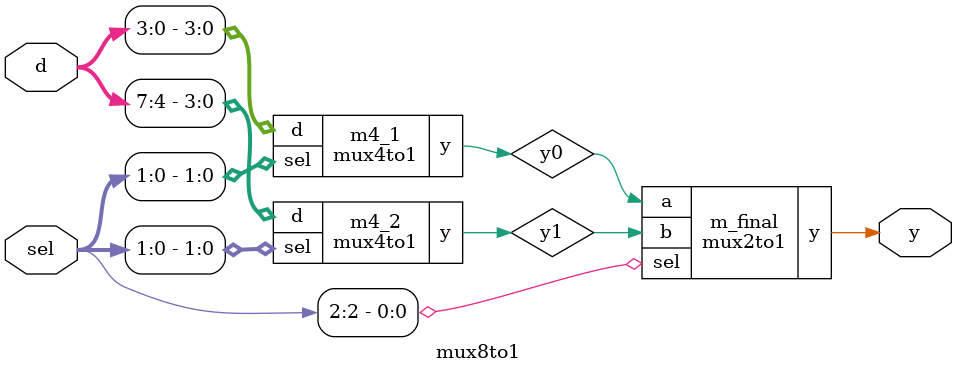
<source format=sv>
module mux2to1(
    input a, b, sel,
    output y
);
    assign y = sel ? b : a;
endmodule

// 4-to-1 Multiplexer using 2-to-1 muxes
module mux4to1(
    input [3:0] d,
    input [1:0] sel,
    output y
);
    wire y0, y1;

    mux2to1 m1(.a(d[0]), .b(d[1]), .sel(sel[0]), .y(y0));
    mux2to1 m2(.a(d[2]), .b(d[3]), .sel(sel[0]), .y(y1));
    mux2to1 m3(.a(y0), .b(y1), .sel(sel[1]), .y(y));
endmodule

// 8-to-1 Multiplexer (structural design)
module mux8to1(
    input [7:0] d,
    input [2:0] sel,
    output y
);
    wire y0, y1;

    mux4to1 m4_1(.d(d[3:0]), .sel(sel[1:0]), .y(y0));
    mux4to1 m4_2(.d(d[7:4]), .sel(sel[1:0]), .y(y1));
    mux2to1 m_final(.a(y0), .b(y1), .sel(sel[2]), .y(y));
endmodule

</source>
